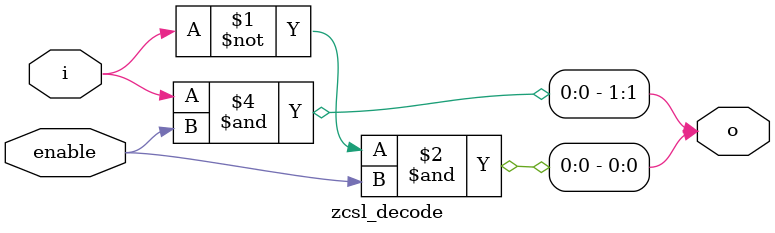
<source format=v>
/*
 * Copyright International Business Machines Corporation 2016
 *
 * Printed in the United States of America June 2016
 *
 * IBM, the IBM logo, and ibm.com are trademarks or registered trademarks of
 * International Business Machines Corp.,
 * registered in many jurisdictions worldwide. Other product and service names
 * might be trademarks of IBM or other companies. A current list of IBM trademarks
 * is available on the Web at “Copyright and trademark information” at
 * www.ibm.com/legal/copytrade.shtml.
 *
 * Other company, product, and service names may be trademarks or service marks of
 * others.
 *
 * All information contained in this document is subject to change without notice.
 * The products described in this document are NOT intended for use in applications
 * such as implantation, life support, or other hazardous uses where malfunction
 * could result in death, bodily injury, or catastrophic property damage. The
 * information contained in this document does not affect or change IBM product
 * specifications or warranties. Nothing in this document shall operate as an
 * express or implied license or indemnity under the intellectual property rights
 * of IBM or third parties. All information contained in this document was obtained
 * in specific environments, and is presented as an illustration. The results
 * obtained in other operating environments may vary.
 * While the information contained herein is believed to be accurate, such
 * information is preliminary, and should not be relied upon for accuracy or
 * completeness, and no representations or warranties of accuracy or completeness
 * are made.
 *
 * Note: This document contains information on products in the design, sampling
 * and/or initial production phases of development. This information is subject to
 * change without notice. Verify with your IBM field applications engineer that you
 * have the latest version of this document before finalizing a design.
 * This document is intended for development of technology products compatible with
 * Power Architecture. You may use this document, for any purpose (commercial or
 * personal) and make modifications and distribute; however, modifications to this
 * document may violate Power Architecture and should be carefully considered. Any
 * distribution of this document or its derivative works shall include this Notice
 * page including but not limited to the IBM warranty disclaimer and IBM liability
 * limitation. No other licenses, expressed or implied, estoppel or otherwise to
 * any intellectual property rights is granted by this document.
 *
 * THE INFORMATION CONTAINED IN THIS DOCUMENT IS PROVIDED ON AN “AS IS” BASIS.
 * IBM makes no representations or warranties, either express or implied, including
 * but not limited to, warranties of merchantability, fitness for a particular
 * purpose, or non-infringement, or that any practice or implementation of the IBM
 * documentation will not infringe any third party patents, copyrights, trade
 * secrets, or other rights. In no event will IBM be liable for damages arising
 * directly or indirectly from any use of the information contained in this
 * document.
 *
 * IBM Systems and Technology Group
 * 2070 Route 52, Bldg. 330
 * Hopewell Junction, NY 12533-6351
 * The IBM home page can be found at ibm.com.
 */

// IBM Research - Zurich
// Zurich CAPI Streaming Layer
// Raphael Polig <pol@zurich.ibm.com>
// Heiner Giefers <hgi@zurich.ibm.com>
// Module Author: Andrew Martin

`timescale 1 ps / 1 ps

module zcsl_decode
#(
	parameter WIDTH = 1,
	parameter DEC_WIDTH = 2 ** WIDTH
)
(
	input enable,
	input [0:WIDTH-1] i,
	output [0:DEC_WIDTH-1] o
);

genvar j;
generate
for(j=0; j<DEC_WIDTH; j=j+1) begin : Gen
	assign o[j] = (i == j) & enable;
end
endgenerate

endmodule


</source>
